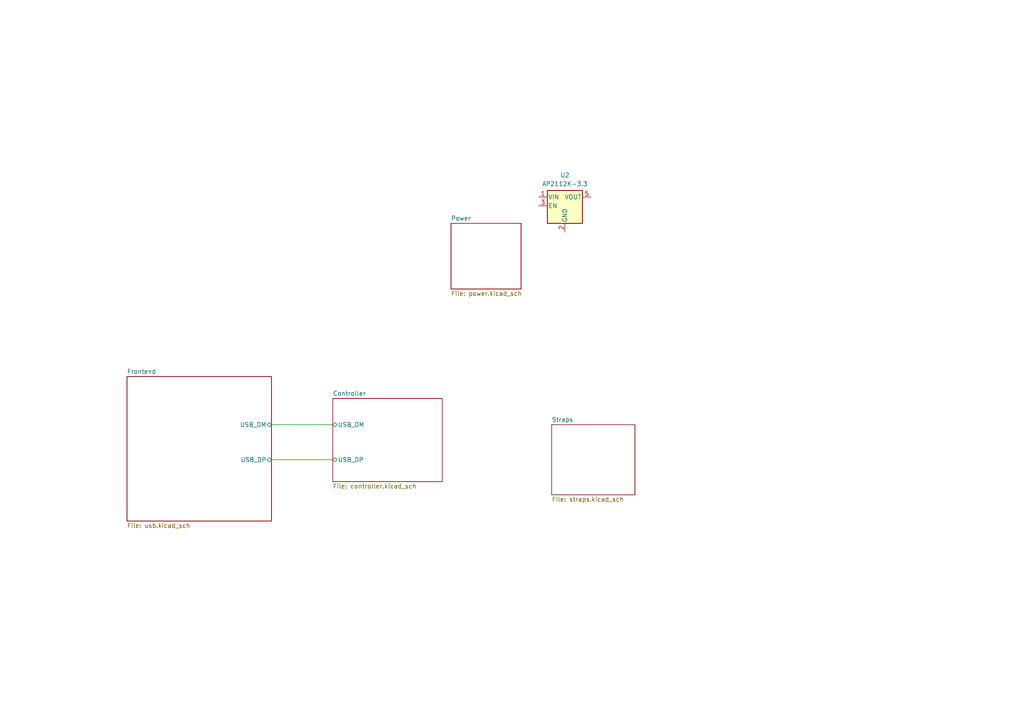
<source format=kicad_sch>
(kicad_sch (version 20250114) (generator "eeschema") (generator_version "9.0")
  (paper "A4")
  (lib_symbols
    (symbol "Regulator_Linear:AP2112K-3.3" (pin_names (offset 0.254))
      (property "Reference" "U" (at -5.08 5.715 0))
      (property "Value" "AP2112K-3.3" (at 0 5.715 0))
      (symbol "AP2112K-3.3_0_1"
        (rectangle (start -5.08 4.445) (end 5.08 -5.08) (stroke (width 0.254)) (fill (type background)))
      )
      (symbol "AP2112K-3.3_1_1"
        (pin power_in line (at -7.62 2.54 0) (length 2.54) (name "VIN") (number "1"))
        (pin input line (at -7.62 0 0) (length 2.54) (name "EN") (number "3"))
        (pin power_in line (at 0 -7.62 90) (length 2.54) (name "GND") (number "2"))
        (pin no_connect line (at 5.08 0 180) (length 2.54) (hide yes) (name "NC") (number "4"))
        (pin power_out line (at 7.62 2.54 180) (length 2.54) (name "VOUT") (number "5"))
      )
    )
  )
  (wire (pts (xy 78.74 133.35) (xy 96.52 133.35)))
  (wire (pts (xy 78.74 123.19) (xy 96.52 123.19)))
  (symbol (lib_id "Regulator_Linear:AP2112K-3.3") (at 163.83 59.69 0) (unit 1)
    (property "Reference" "U2" (at 163.83 50.8 0))
    (property "Value" "AP2112K-3.3" (at 163.83 53.34 0))
    (property "Footprint" "Package_TO_SOT_SMD:SOT-23-5" (effects (hide yes)))
    (property "Datasheet" "https://www.diodes.com/assets/Datasheets/AP2112.pdf" (effects (hide yes)))
    (property "Description" "600mA low dropout linear regulator, with enable pin, 3.8V-6V input voltage range, 3.3V fixed positive output, SOT-23-5" (effects (hide yes)))
  )
  (sheet (at 36.83 109.22) (size 41.91 41.91) (stroke (width 0.1524))
    (property "Sheetname" "Frontend" (at 36.83 108.5084 0) (effects (justify left bottom)))
    (property "Sheetfile" "usb.kicad_sch" (at 36.83 151.7146 0) (effects (justify left top)))
    (pin "USB_DM" bidirectional (at 78.74 123.19 0))
    (pin "USB_DP" bidirectional (at 78.74 133.35 0))
  )
  (sheet (at 96.52 115.57) (size 31.75 24.13) (stroke (width 0.1524))
    (property "Sheetname" "Controller" (at 96.52 114.8584 0) (effects (justify left bottom)))
    (property "Sheetfile" "controller.kicad_sch" (at 96.52 140.2846 0) (effects (justify left top)))
    (pin "USB_DM" bidirectional (at 96.52 123.19 180))
    (pin "USB_DP" bidirectional (at 96.52 133.35 180))
  )
  (sheet (at 160.02 123.19) (size 24.13 20.32) (stroke (width 0.1524))
    (property "Sheetname" "Straps" (at 160.02 122.4784 0) (effects (justify left bottom)))
    (property "Sheetfile" "straps.kicad_sch" (at 160.02 144.0946 0) (effects (justify left top)))
  )
  (sheet (at 130.81 64.77) (size 20.32 19.05) (stroke (width 0.1524))
    (property "Sheetname" "Power" (at 130.81 64.0584 0) (effects (justify left bottom)))
    (property "Sheetfile" "power.kicad_sch" (at 130.81 84.4046 0) (effects (justify left top)))
  )
)
</source>
